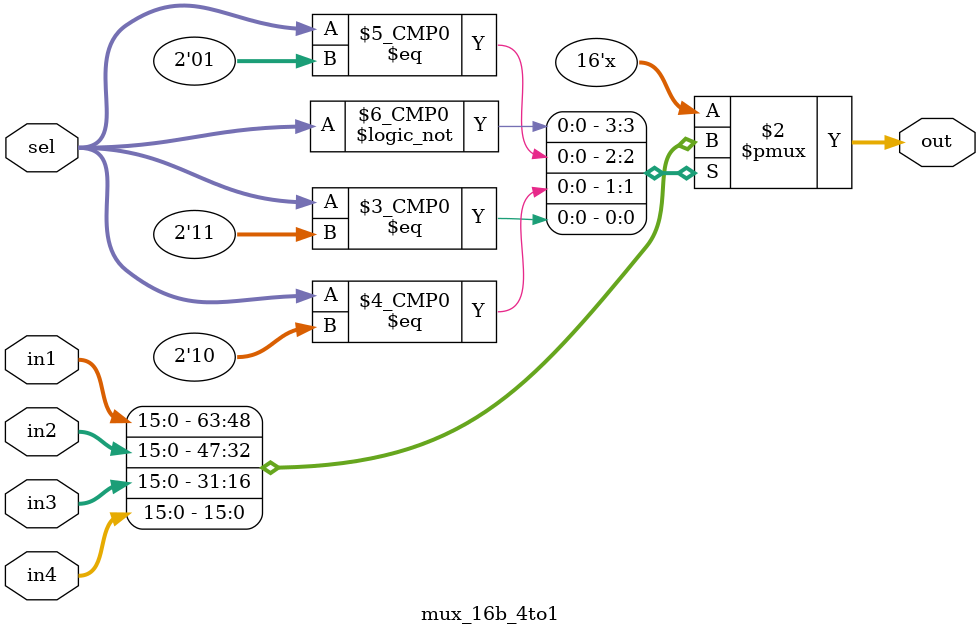
<source format=v>
/*
    CS522 Project 

    Will Martin
    Neil Walsh

    Mux 4:1 16-bit
*/
`default_nettype none
module mux_16b_4to1 (out, in1, in2, in3, in4, sel);
    // inputs
    input wire [15:0] in1, in2, in3, in4;
    input wire [1:0] sel;

    // outputs
    output reg [15:0] out;

    always @* begin
        case(sel)
            2'b00: out=in1;
            2'b01: out=in2;
            2'b10: out=in3;
            2'b11: out=in4;
            default: out=in1;
        endcase
    end
endmodule
`default_nettype wire
</source>
